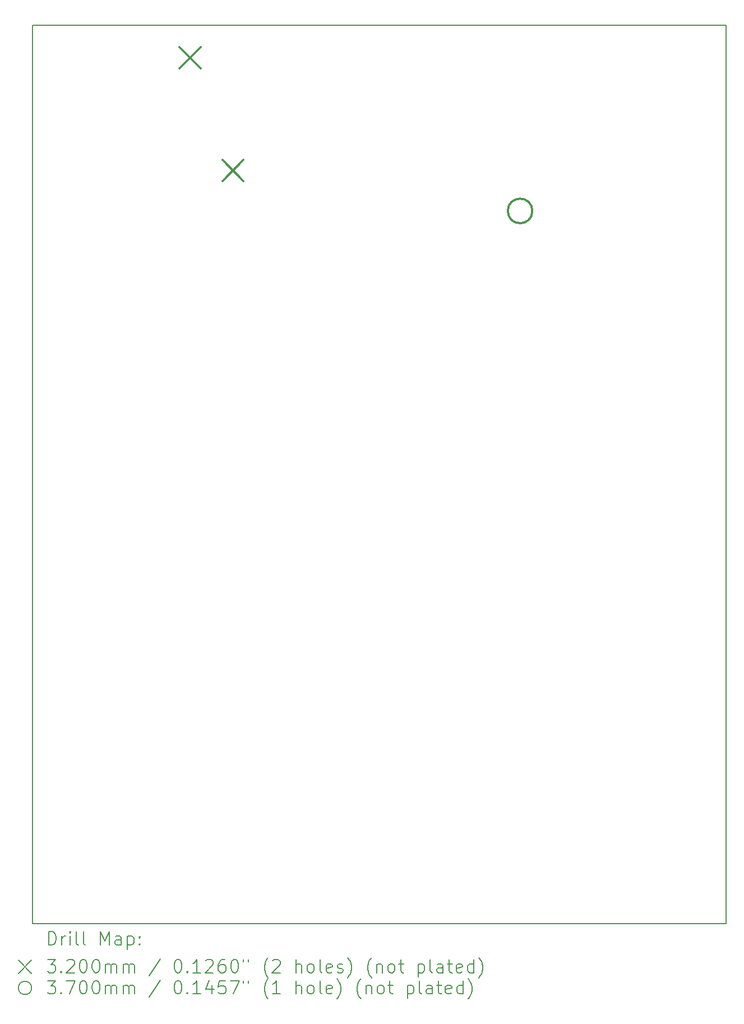
<source format=gbr>
%FSLAX45Y45*%
G04 Gerber Fmt 4.5, Leading zero omitted, Abs format (unit mm)*
G04 Created by KiCad (PCBNEW (6.0.2)) date 2022-04-22 14:36:37*
%MOMM*%
%LPD*%
G01*
G04 APERTURE LIST*
%TA.AperFunction,Profile*%
%ADD10C,0.200000*%
%TD*%
%ADD11C,0.200000*%
%ADD12C,0.320000*%
%ADD13C,0.370000*%
G04 APERTURE END LIST*
D10*
X3970000Y-2305000D02*
X14445000Y-2305000D01*
X14445000Y-2305000D02*
X14445000Y-15870000D01*
X14445000Y-15870000D02*
X3970000Y-15870000D01*
X3970000Y-15870000D02*
X3970000Y-2305000D01*
D11*
D12*
X6190000Y-2640000D02*
X6510000Y-2960000D01*
X6510000Y-2640000D02*
X6190000Y-2960000D01*
X6840000Y-4340000D02*
X7160000Y-4660000D01*
X7160000Y-4340000D02*
X6840000Y-4660000D01*
D13*
X11521126Y-5109437D02*
G75*
G03*
X11521126Y-5109437I-185000J0D01*
G01*
D11*
X4217619Y-16190476D02*
X4217619Y-15990476D01*
X4265238Y-15990476D01*
X4293810Y-16000000D01*
X4312857Y-16019048D01*
X4322381Y-16038095D01*
X4331905Y-16076190D01*
X4331905Y-16104762D01*
X4322381Y-16142857D01*
X4312857Y-16161905D01*
X4293810Y-16180952D01*
X4265238Y-16190476D01*
X4217619Y-16190476D01*
X4417619Y-16190476D02*
X4417619Y-16057143D01*
X4417619Y-16095238D02*
X4427143Y-16076190D01*
X4436667Y-16066667D01*
X4455714Y-16057143D01*
X4474762Y-16057143D01*
X4541429Y-16190476D02*
X4541429Y-16057143D01*
X4541429Y-15990476D02*
X4531905Y-16000000D01*
X4541429Y-16009524D01*
X4550952Y-16000000D01*
X4541429Y-15990476D01*
X4541429Y-16009524D01*
X4665238Y-16190476D02*
X4646190Y-16180952D01*
X4636667Y-16161905D01*
X4636667Y-15990476D01*
X4770000Y-16190476D02*
X4750952Y-16180952D01*
X4741429Y-16161905D01*
X4741429Y-15990476D01*
X4998571Y-16190476D02*
X4998571Y-15990476D01*
X5065238Y-16133333D01*
X5131905Y-15990476D01*
X5131905Y-16190476D01*
X5312857Y-16190476D02*
X5312857Y-16085714D01*
X5303333Y-16066667D01*
X5284286Y-16057143D01*
X5246190Y-16057143D01*
X5227143Y-16066667D01*
X5312857Y-16180952D02*
X5293810Y-16190476D01*
X5246190Y-16190476D01*
X5227143Y-16180952D01*
X5217619Y-16161905D01*
X5217619Y-16142857D01*
X5227143Y-16123809D01*
X5246190Y-16114286D01*
X5293810Y-16114286D01*
X5312857Y-16104762D01*
X5408095Y-16057143D02*
X5408095Y-16257143D01*
X5408095Y-16066667D02*
X5427143Y-16057143D01*
X5465238Y-16057143D01*
X5484286Y-16066667D01*
X5493810Y-16076190D01*
X5503333Y-16095238D01*
X5503333Y-16152381D01*
X5493810Y-16171428D01*
X5484286Y-16180952D01*
X5465238Y-16190476D01*
X5427143Y-16190476D01*
X5408095Y-16180952D01*
X5589048Y-16171428D02*
X5598571Y-16180952D01*
X5589048Y-16190476D01*
X5579524Y-16180952D01*
X5589048Y-16171428D01*
X5589048Y-16190476D01*
X5589048Y-16066667D02*
X5598571Y-16076190D01*
X5589048Y-16085714D01*
X5579524Y-16076190D01*
X5589048Y-16066667D01*
X5589048Y-16085714D01*
X3760000Y-16420000D02*
X3960000Y-16620000D01*
X3960000Y-16420000D02*
X3760000Y-16620000D01*
X4198571Y-16410476D02*
X4322381Y-16410476D01*
X4255714Y-16486667D01*
X4284286Y-16486667D01*
X4303333Y-16496190D01*
X4312857Y-16505714D01*
X4322381Y-16524762D01*
X4322381Y-16572381D01*
X4312857Y-16591428D01*
X4303333Y-16600952D01*
X4284286Y-16610476D01*
X4227143Y-16610476D01*
X4208095Y-16600952D01*
X4198571Y-16591428D01*
X4408095Y-16591428D02*
X4417619Y-16600952D01*
X4408095Y-16610476D01*
X4398571Y-16600952D01*
X4408095Y-16591428D01*
X4408095Y-16610476D01*
X4493810Y-16429524D02*
X4503333Y-16420000D01*
X4522381Y-16410476D01*
X4570000Y-16410476D01*
X4589048Y-16420000D01*
X4598571Y-16429524D01*
X4608095Y-16448571D01*
X4608095Y-16467619D01*
X4598571Y-16496190D01*
X4484286Y-16610476D01*
X4608095Y-16610476D01*
X4731905Y-16410476D02*
X4750952Y-16410476D01*
X4770000Y-16420000D01*
X4779524Y-16429524D01*
X4789048Y-16448571D01*
X4798571Y-16486667D01*
X4798571Y-16534286D01*
X4789048Y-16572381D01*
X4779524Y-16591428D01*
X4770000Y-16600952D01*
X4750952Y-16610476D01*
X4731905Y-16610476D01*
X4712857Y-16600952D01*
X4703333Y-16591428D01*
X4693810Y-16572381D01*
X4684286Y-16534286D01*
X4684286Y-16486667D01*
X4693810Y-16448571D01*
X4703333Y-16429524D01*
X4712857Y-16420000D01*
X4731905Y-16410476D01*
X4922381Y-16410476D02*
X4941429Y-16410476D01*
X4960476Y-16420000D01*
X4970000Y-16429524D01*
X4979524Y-16448571D01*
X4989048Y-16486667D01*
X4989048Y-16534286D01*
X4979524Y-16572381D01*
X4970000Y-16591428D01*
X4960476Y-16600952D01*
X4941429Y-16610476D01*
X4922381Y-16610476D01*
X4903333Y-16600952D01*
X4893810Y-16591428D01*
X4884286Y-16572381D01*
X4874762Y-16534286D01*
X4874762Y-16486667D01*
X4884286Y-16448571D01*
X4893810Y-16429524D01*
X4903333Y-16420000D01*
X4922381Y-16410476D01*
X5074762Y-16610476D02*
X5074762Y-16477143D01*
X5074762Y-16496190D02*
X5084286Y-16486667D01*
X5103333Y-16477143D01*
X5131905Y-16477143D01*
X5150952Y-16486667D01*
X5160476Y-16505714D01*
X5160476Y-16610476D01*
X5160476Y-16505714D02*
X5170000Y-16486667D01*
X5189048Y-16477143D01*
X5217619Y-16477143D01*
X5236667Y-16486667D01*
X5246190Y-16505714D01*
X5246190Y-16610476D01*
X5341429Y-16610476D02*
X5341429Y-16477143D01*
X5341429Y-16496190D02*
X5350952Y-16486667D01*
X5370000Y-16477143D01*
X5398571Y-16477143D01*
X5417619Y-16486667D01*
X5427143Y-16505714D01*
X5427143Y-16610476D01*
X5427143Y-16505714D02*
X5436667Y-16486667D01*
X5455714Y-16477143D01*
X5484286Y-16477143D01*
X5503333Y-16486667D01*
X5512857Y-16505714D01*
X5512857Y-16610476D01*
X5903333Y-16400952D02*
X5731905Y-16658095D01*
X6160476Y-16410476D02*
X6179524Y-16410476D01*
X6198571Y-16420000D01*
X6208095Y-16429524D01*
X6217619Y-16448571D01*
X6227143Y-16486667D01*
X6227143Y-16534286D01*
X6217619Y-16572381D01*
X6208095Y-16591428D01*
X6198571Y-16600952D01*
X6179524Y-16610476D01*
X6160476Y-16610476D01*
X6141428Y-16600952D01*
X6131905Y-16591428D01*
X6122381Y-16572381D01*
X6112857Y-16534286D01*
X6112857Y-16486667D01*
X6122381Y-16448571D01*
X6131905Y-16429524D01*
X6141428Y-16420000D01*
X6160476Y-16410476D01*
X6312857Y-16591428D02*
X6322381Y-16600952D01*
X6312857Y-16610476D01*
X6303333Y-16600952D01*
X6312857Y-16591428D01*
X6312857Y-16610476D01*
X6512857Y-16610476D02*
X6398571Y-16610476D01*
X6455714Y-16610476D02*
X6455714Y-16410476D01*
X6436667Y-16439048D01*
X6417619Y-16458095D01*
X6398571Y-16467619D01*
X6589048Y-16429524D02*
X6598571Y-16420000D01*
X6617619Y-16410476D01*
X6665238Y-16410476D01*
X6684286Y-16420000D01*
X6693809Y-16429524D01*
X6703333Y-16448571D01*
X6703333Y-16467619D01*
X6693809Y-16496190D01*
X6579524Y-16610476D01*
X6703333Y-16610476D01*
X6874762Y-16410476D02*
X6836667Y-16410476D01*
X6817619Y-16420000D01*
X6808095Y-16429524D01*
X6789048Y-16458095D01*
X6779524Y-16496190D01*
X6779524Y-16572381D01*
X6789048Y-16591428D01*
X6798571Y-16600952D01*
X6817619Y-16610476D01*
X6855714Y-16610476D01*
X6874762Y-16600952D01*
X6884286Y-16591428D01*
X6893809Y-16572381D01*
X6893809Y-16524762D01*
X6884286Y-16505714D01*
X6874762Y-16496190D01*
X6855714Y-16486667D01*
X6817619Y-16486667D01*
X6798571Y-16496190D01*
X6789048Y-16505714D01*
X6779524Y-16524762D01*
X7017619Y-16410476D02*
X7036667Y-16410476D01*
X7055714Y-16420000D01*
X7065238Y-16429524D01*
X7074762Y-16448571D01*
X7084286Y-16486667D01*
X7084286Y-16534286D01*
X7074762Y-16572381D01*
X7065238Y-16591428D01*
X7055714Y-16600952D01*
X7036667Y-16610476D01*
X7017619Y-16610476D01*
X6998571Y-16600952D01*
X6989048Y-16591428D01*
X6979524Y-16572381D01*
X6970000Y-16534286D01*
X6970000Y-16486667D01*
X6979524Y-16448571D01*
X6989048Y-16429524D01*
X6998571Y-16420000D01*
X7017619Y-16410476D01*
X7160476Y-16410476D02*
X7160476Y-16448571D01*
X7236667Y-16410476D02*
X7236667Y-16448571D01*
X7531905Y-16686667D02*
X7522381Y-16677143D01*
X7503333Y-16648571D01*
X7493809Y-16629524D01*
X7484286Y-16600952D01*
X7474762Y-16553333D01*
X7474762Y-16515238D01*
X7484286Y-16467619D01*
X7493809Y-16439048D01*
X7503333Y-16420000D01*
X7522381Y-16391428D01*
X7531905Y-16381905D01*
X7598571Y-16429524D02*
X7608095Y-16420000D01*
X7627143Y-16410476D01*
X7674762Y-16410476D01*
X7693809Y-16420000D01*
X7703333Y-16429524D01*
X7712857Y-16448571D01*
X7712857Y-16467619D01*
X7703333Y-16496190D01*
X7589048Y-16610476D01*
X7712857Y-16610476D01*
X7950952Y-16610476D02*
X7950952Y-16410476D01*
X8036667Y-16610476D02*
X8036667Y-16505714D01*
X8027143Y-16486667D01*
X8008095Y-16477143D01*
X7979524Y-16477143D01*
X7960476Y-16486667D01*
X7950952Y-16496190D01*
X8160476Y-16610476D02*
X8141428Y-16600952D01*
X8131905Y-16591428D01*
X8122381Y-16572381D01*
X8122381Y-16515238D01*
X8131905Y-16496190D01*
X8141428Y-16486667D01*
X8160476Y-16477143D01*
X8189048Y-16477143D01*
X8208095Y-16486667D01*
X8217619Y-16496190D01*
X8227143Y-16515238D01*
X8227143Y-16572381D01*
X8217619Y-16591428D01*
X8208095Y-16600952D01*
X8189048Y-16610476D01*
X8160476Y-16610476D01*
X8341428Y-16610476D02*
X8322381Y-16600952D01*
X8312857Y-16581905D01*
X8312857Y-16410476D01*
X8493810Y-16600952D02*
X8474762Y-16610476D01*
X8436667Y-16610476D01*
X8417619Y-16600952D01*
X8408095Y-16581905D01*
X8408095Y-16505714D01*
X8417619Y-16486667D01*
X8436667Y-16477143D01*
X8474762Y-16477143D01*
X8493810Y-16486667D01*
X8503333Y-16505714D01*
X8503333Y-16524762D01*
X8408095Y-16543809D01*
X8579524Y-16600952D02*
X8598571Y-16610476D01*
X8636667Y-16610476D01*
X8655714Y-16600952D01*
X8665238Y-16581905D01*
X8665238Y-16572381D01*
X8655714Y-16553333D01*
X8636667Y-16543809D01*
X8608095Y-16543809D01*
X8589048Y-16534286D01*
X8579524Y-16515238D01*
X8579524Y-16505714D01*
X8589048Y-16486667D01*
X8608095Y-16477143D01*
X8636667Y-16477143D01*
X8655714Y-16486667D01*
X8731905Y-16686667D02*
X8741429Y-16677143D01*
X8760476Y-16648571D01*
X8770000Y-16629524D01*
X8779524Y-16600952D01*
X8789048Y-16553333D01*
X8789048Y-16515238D01*
X8779524Y-16467619D01*
X8770000Y-16439048D01*
X8760476Y-16420000D01*
X8741429Y-16391428D01*
X8731905Y-16381905D01*
X9093810Y-16686667D02*
X9084286Y-16677143D01*
X9065238Y-16648571D01*
X9055714Y-16629524D01*
X9046190Y-16600952D01*
X9036667Y-16553333D01*
X9036667Y-16515238D01*
X9046190Y-16467619D01*
X9055714Y-16439048D01*
X9065238Y-16420000D01*
X9084286Y-16391428D01*
X9093810Y-16381905D01*
X9170000Y-16477143D02*
X9170000Y-16610476D01*
X9170000Y-16496190D02*
X9179524Y-16486667D01*
X9198571Y-16477143D01*
X9227143Y-16477143D01*
X9246190Y-16486667D01*
X9255714Y-16505714D01*
X9255714Y-16610476D01*
X9379524Y-16610476D02*
X9360476Y-16600952D01*
X9350952Y-16591428D01*
X9341429Y-16572381D01*
X9341429Y-16515238D01*
X9350952Y-16496190D01*
X9360476Y-16486667D01*
X9379524Y-16477143D01*
X9408095Y-16477143D01*
X9427143Y-16486667D01*
X9436667Y-16496190D01*
X9446190Y-16515238D01*
X9446190Y-16572381D01*
X9436667Y-16591428D01*
X9427143Y-16600952D01*
X9408095Y-16610476D01*
X9379524Y-16610476D01*
X9503333Y-16477143D02*
X9579524Y-16477143D01*
X9531905Y-16410476D02*
X9531905Y-16581905D01*
X9541429Y-16600952D01*
X9560476Y-16610476D01*
X9579524Y-16610476D01*
X9798571Y-16477143D02*
X9798571Y-16677143D01*
X9798571Y-16486667D02*
X9817619Y-16477143D01*
X9855714Y-16477143D01*
X9874762Y-16486667D01*
X9884286Y-16496190D01*
X9893810Y-16515238D01*
X9893810Y-16572381D01*
X9884286Y-16591428D01*
X9874762Y-16600952D01*
X9855714Y-16610476D01*
X9817619Y-16610476D01*
X9798571Y-16600952D01*
X10008095Y-16610476D02*
X9989048Y-16600952D01*
X9979524Y-16581905D01*
X9979524Y-16410476D01*
X10170000Y-16610476D02*
X10170000Y-16505714D01*
X10160476Y-16486667D01*
X10141429Y-16477143D01*
X10103333Y-16477143D01*
X10084286Y-16486667D01*
X10170000Y-16600952D02*
X10150952Y-16610476D01*
X10103333Y-16610476D01*
X10084286Y-16600952D01*
X10074762Y-16581905D01*
X10074762Y-16562857D01*
X10084286Y-16543809D01*
X10103333Y-16534286D01*
X10150952Y-16534286D01*
X10170000Y-16524762D01*
X10236667Y-16477143D02*
X10312857Y-16477143D01*
X10265238Y-16410476D02*
X10265238Y-16581905D01*
X10274762Y-16600952D01*
X10293810Y-16610476D01*
X10312857Y-16610476D01*
X10455714Y-16600952D02*
X10436667Y-16610476D01*
X10398571Y-16610476D01*
X10379524Y-16600952D01*
X10370000Y-16581905D01*
X10370000Y-16505714D01*
X10379524Y-16486667D01*
X10398571Y-16477143D01*
X10436667Y-16477143D01*
X10455714Y-16486667D01*
X10465238Y-16505714D01*
X10465238Y-16524762D01*
X10370000Y-16543809D01*
X10636667Y-16610476D02*
X10636667Y-16410476D01*
X10636667Y-16600952D02*
X10617619Y-16610476D01*
X10579524Y-16610476D01*
X10560476Y-16600952D01*
X10550952Y-16591428D01*
X10541429Y-16572381D01*
X10541429Y-16515238D01*
X10550952Y-16496190D01*
X10560476Y-16486667D01*
X10579524Y-16477143D01*
X10617619Y-16477143D01*
X10636667Y-16486667D01*
X10712857Y-16686667D02*
X10722381Y-16677143D01*
X10741429Y-16648571D01*
X10750952Y-16629524D01*
X10760476Y-16600952D01*
X10770000Y-16553333D01*
X10770000Y-16515238D01*
X10760476Y-16467619D01*
X10750952Y-16439048D01*
X10741429Y-16420000D01*
X10722381Y-16391428D01*
X10712857Y-16381905D01*
X3960000Y-16840000D02*
G75*
G03*
X3960000Y-16840000I-100000J0D01*
G01*
X4198571Y-16730476D02*
X4322381Y-16730476D01*
X4255714Y-16806667D01*
X4284286Y-16806667D01*
X4303333Y-16816190D01*
X4312857Y-16825714D01*
X4322381Y-16844762D01*
X4322381Y-16892381D01*
X4312857Y-16911429D01*
X4303333Y-16920952D01*
X4284286Y-16930476D01*
X4227143Y-16930476D01*
X4208095Y-16920952D01*
X4198571Y-16911429D01*
X4408095Y-16911429D02*
X4417619Y-16920952D01*
X4408095Y-16930476D01*
X4398571Y-16920952D01*
X4408095Y-16911429D01*
X4408095Y-16930476D01*
X4484286Y-16730476D02*
X4617619Y-16730476D01*
X4531905Y-16930476D01*
X4731905Y-16730476D02*
X4750952Y-16730476D01*
X4770000Y-16740000D01*
X4779524Y-16749524D01*
X4789048Y-16768571D01*
X4798571Y-16806667D01*
X4798571Y-16854286D01*
X4789048Y-16892381D01*
X4779524Y-16911429D01*
X4770000Y-16920952D01*
X4750952Y-16930476D01*
X4731905Y-16930476D01*
X4712857Y-16920952D01*
X4703333Y-16911429D01*
X4693810Y-16892381D01*
X4684286Y-16854286D01*
X4684286Y-16806667D01*
X4693810Y-16768571D01*
X4703333Y-16749524D01*
X4712857Y-16740000D01*
X4731905Y-16730476D01*
X4922381Y-16730476D02*
X4941429Y-16730476D01*
X4960476Y-16740000D01*
X4970000Y-16749524D01*
X4979524Y-16768571D01*
X4989048Y-16806667D01*
X4989048Y-16854286D01*
X4979524Y-16892381D01*
X4970000Y-16911429D01*
X4960476Y-16920952D01*
X4941429Y-16930476D01*
X4922381Y-16930476D01*
X4903333Y-16920952D01*
X4893810Y-16911429D01*
X4884286Y-16892381D01*
X4874762Y-16854286D01*
X4874762Y-16806667D01*
X4884286Y-16768571D01*
X4893810Y-16749524D01*
X4903333Y-16740000D01*
X4922381Y-16730476D01*
X5074762Y-16930476D02*
X5074762Y-16797143D01*
X5074762Y-16816190D02*
X5084286Y-16806667D01*
X5103333Y-16797143D01*
X5131905Y-16797143D01*
X5150952Y-16806667D01*
X5160476Y-16825714D01*
X5160476Y-16930476D01*
X5160476Y-16825714D02*
X5170000Y-16806667D01*
X5189048Y-16797143D01*
X5217619Y-16797143D01*
X5236667Y-16806667D01*
X5246190Y-16825714D01*
X5246190Y-16930476D01*
X5341429Y-16930476D02*
X5341429Y-16797143D01*
X5341429Y-16816190D02*
X5350952Y-16806667D01*
X5370000Y-16797143D01*
X5398571Y-16797143D01*
X5417619Y-16806667D01*
X5427143Y-16825714D01*
X5427143Y-16930476D01*
X5427143Y-16825714D02*
X5436667Y-16806667D01*
X5455714Y-16797143D01*
X5484286Y-16797143D01*
X5503333Y-16806667D01*
X5512857Y-16825714D01*
X5512857Y-16930476D01*
X5903333Y-16720952D02*
X5731905Y-16978095D01*
X6160476Y-16730476D02*
X6179524Y-16730476D01*
X6198571Y-16740000D01*
X6208095Y-16749524D01*
X6217619Y-16768571D01*
X6227143Y-16806667D01*
X6227143Y-16854286D01*
X6217619Y-16892381D01*
X6208095Y-16911429D01*
X6198571Y-16920952D01*
X6179524Y-16930476D01*
X6160476Y-16930476D01*
X6141428Y-16920952D01*
X6131905Y-16911429D01*
X6122381Y-16892381D01*
X6112857Y-16854286D01*
X6112857Y-16806667D01*
X6122381Y-16768571D01*
X6131905Y-16749524D01*
X6141428Y-16740000D01*
X6160476Y-16730476D01*
X6312857Y-16911429D02*
X6322381Y-16920952D01*
X6312857Y-16930476D01*
X6303333Y-16920952D01*
X6312857Y-16911429D01*
X6312857Y-16930476D01*
X6512857Y-16930476D02*
X6398571Y-16930476D01*
X6455714Y-16930476D02*
X6455714Y-16730476D01*
X6436667Y-16759048D01*
X6417619Y-16778095D01*
X6398571Y-16787619D01*
X6684286Y-16797143D02*
X6684286Y-16930476D01*
X6636667Y-16720952D02*
X6589048Y-16863810D01*
X6712857Y-16863810D01*
X6884286Y-16730476D02*
X6789048Y-16730476D01*
X6779524Y-16825714D01*
X6789048Y-16816190D01*
X6808095Y-16806667D01*
X6855714Y-16806667D01*
X6874762Y-16816190D01*
X6884286Y-16825714D01*
X6893809Y-16844762D01*
X6893809Y-16892381D01*
X6884286Y-16911429D01*
X6874762Y-16920952D01*
X6855714Y-16930476D01*
X6808095Y-16930476D01*
X6789048Y-16920952D01*
X6779524Y-16911429D01*
X6960476Y-16730476D02*
X7093809Y-16730476D01*
X7008095Y-16930476D01*
X7160476Y-16730476D02*
X7160476Y-16768571D01*
X7236667Y-16730476D02*
X7236667Y-16768571D01*
X7531905Y-17006667D02*
X7522381Y-16997143D01*
X7503333Y-16968571D01*
X7493809Y-16949524D01*
X7484286Y-16920952D01*
X7474762Y-16873333D01*
X7474762Y-16835238D01*
X7484286Y-16787619D01*
X7493809Y-16759048D01*
X7503333Y-16740000D01*
X7522381Y-16711428D01*
X7531905Y-16701905D01*
X7712857Y-16930476D02*
X7598571Y-16930476D01*
X7655714Y-16930476D02*
X7655714Y-16730476D01*
X7636667Y-16759048D01*
X7617619Y-16778095D01*
X7598571Y-16787619D01*
X7950952Y-16930476D02*
X7950952Y-16730476D01*
X8036667Y-16930476D02*
X8036667Y-16825714D01*
X8027143Y-16806667D01*
X8008095Y-16797143D01*
X7979524Y-16797143D01*
X7960476Y-16806667D01*
X7950952Y-16816190D01*
X8160476Y-16930476D02*
X8141428Y-16920952D01*
X8131905Y-16911429D01*
X8122381Y-16892381D01*
X8122381Y-16835238D01*
X8131905Y-16816190D01*
X8141428Y-16806667D01*
X8160476Y-16797143D01*
X8189048Y-16797143D01*
X8208095Y-16806667D01*
X8217619Y-16816190D01*
X8227143Y-16835238D01*
X8227143Y-16892381D01*
X8217619Y-16911429D01*
X8208095Y-16920952D01*
X8189048Y-16930476D01*
X8160476Y-16930476D01*
X8341428Y-16930476D02*
X8322381Y-16920952D01*
X8312857Y-16901905D01*
X8312857Y-16730476D01*
X8493810Y-16920952D02*
X8474762Y-16930476D01*
X8436667Y-16930476D01*
X8417619Y-16920952D01*
X8408095Y-16901905D01*
X8408095Y-16825714D01*
X8417619Y-16806667D01*
X8436667Y-16797143D01*
X8474762Y-16797143D01*
X8493810Y-16806667D01*
X8503333Y-16825714D01*
X8503333Y-16844762D01*
X8408095Y-16863810D01*
X8570000Y-17006667D02*
X8579524Y-16997143D01*
X8598571Y-16968571D01*
X8608095Y-16949524D01*
X8617619Y-16920952D01*
X8627143Y-16873333D01*
X8627143Y-16835238D01*
X8617619Y-16787619D01*
X8608095Y-16759048D01*
X8598571Y-16740000D01*
X8579524Y-16711428D01*
X8570000Y-16701905D01*
X8931905Y-17006667D02*
X8922381Y-16997143D01*
X8903333Y-16968571D01*
X8893810Y-16949524D01*
X8884286Y-16920952D01*
X8874762Y-16873333D01*
X8874762Y-16835238D01*
X8884286Y-16787619D01*
X8893810Y-16759048D01*
X8903333Y-16740000D01*
X8922381Y-16711428D01*
X8931905Y-16701905D01*
X9008095Y-16797143D02*
X9008095Y-16930476D01*
X9008095Y-16816190D02*
X9017619Y-16806667D01*
X9036667Y-16797143D01*
X9065238Y-16797143D01*
X9084286Y-16806667D01*
X9093810Y-16825714D01*
X9093810Y-16930476D01*
X9217619Y-16930476D02*
X9198571Y-16920952D01*
X9189048Y-16911429D01*
X9179524Y-16892381D01*
X9179524Y-16835238D01*
X9189048Y-16816190D01*
X9198571Y-16806667D01*
X9217619Y-16797143D01*
X9246190Y-16797143D01*
X9265238Y-16806667D01*
X9274762Y-16816190D01*
X9284286Y-16835238D01*
X9284286Y-16892381D01*
X9274762Y-16911429D01*
X9265238Y-16920952D01*
X9246190Y-16930476D01*
X9217619Y-16930476D01*
X9341429Y-16797143D02*
X9417619Y-16797143D01*
X9370000Y-16730476D02*
X9370000Y-16901905D01*
X9379524Y-16920952D01*
X9398571Y-16930476D01*
X9417619Y-16930476D01*
X9636667Y-16797143D02*
X9636667Y-16997143D01*
X9636667Y-16806667D02*
X9655714Y-16797143D01*
X9693810Y-16797143D01*
X9712857Y-16806667D01*
X9722381Y-16816190D01*
X9731905Y-16835238D01*
X9731905Y-16892381D01*
X9722381Y-16911429D01*
X9712857Y-16920952D01*
X9693810Y-16930476D01*
X9655714Y-16930476D01*
X9636667Y-16920952D01*
X9846190Y-16930476D02*
X9827143Y-16920952D01*
X9817619Y-16901905D01*
X9817619Y-16730476D01*
X10008095Y-16930476D02*
X10008095Y-16825714D01*
X9998571Y-16806667D01*
X9979524Y-16797143D01*
X9941429Y-16797143D01*
X9922381Y-16806667D01*
X10008095Y-16920952D02*
X9989048Y-16930476D01*
X9941429Y-16930476D01*
X9922381Y-16920952D01*
X9912857Y-16901905D01*
X9912857Y-16882857D01*
X9922381Y-16863810D01*
X9941429Y-16854286D01*
X9989048Y-16854286D01*
X10008095Y-16844762D01*
X10074762Y-16797143D02*
X10150952Y-16797143D01*
X10103333Y-16730476D02*
X10103333Y-16901905D01*
X10112857Y-16920952D01*
X10131905Y-16930476D01*
X10150952Y-16930476D01*
X10293810Y-16920952D02*
X10274762Y-16930476D01*
X10236667Y-16930476D01*
X10217619Y-16920952D01*
X10208095Y-16901905D01*
X10208095Y-16825714D01*
X10217619Y-16806667D01*
X10236667Y-16797143D01*
X10274762Y-16797143D01*
X10293810Y-16806667D01*
X10303333Y-16825714D01*
X10303333Y-16844762D01*
X10208095Y-16863810D01*
X10474762Y-16930476D02*
X10474762Y-16730476D01*
X10474762Y-16920952D02*
X10455714Y-16930476D01*
X10417619Y-16930476D01*
X10398571Y-16920952D01*
X10389048Y-16911429D01*
X10379524Y-16892381D01*
X10379524Y-16835238D01*
X10389048Y-16816190D01*
X10398571Y-16806667D01*
X10417619Y-16797143D01*
X10455714Y-16797143D01*
X10474762Y-16806667D01*
X10550952Y-17006667D02*
X10560476Y-16997143D01*
X10579524Y-16968571D01*
X10589048Y-16949524D01*
X10598571Y-16920952D01*
X10608095Y-16873333D01*
X10608095Y-16835238D01*
X10598571Y-16787619D01*
X10589048Y-16759048D01*
X10579524Y-16740000D01*
X10560476Y-16711428D01*
X10550952Y-16701905D01*
M02*

</source>
